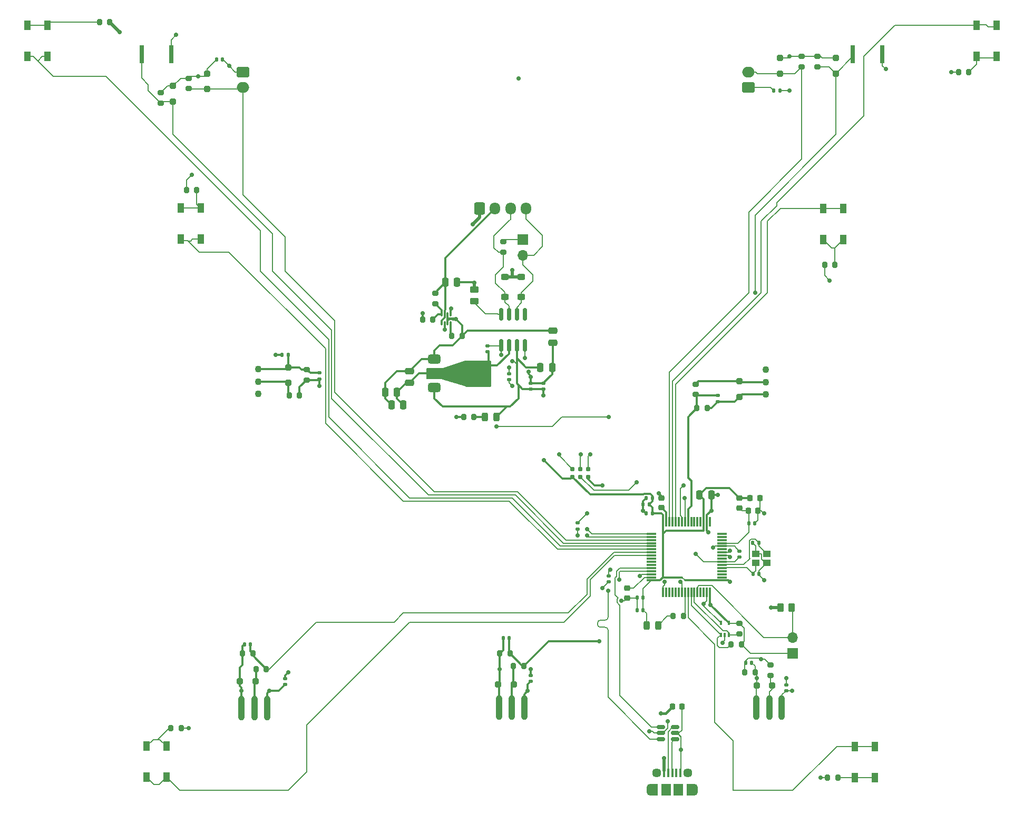
<source format=gtl>
G04 #@! TF.GenerationSoftware,KiCad,Pcbnew,9.0.0*
G04 #@! TF.CreationDate,2025-03-18T22:32:33-07:00*
G04 #@! TF.ProjectId,steering wheel v4,73746565-7269-46e6-9720-776865656c20,B*
G04 #@! TF.SameCoordinates,Original*
G04 #@! TF.FileFunction,Copper,L1,Top*
G04 #@! TF.FilePolarity,Positive*
%FSLAX46Y46*%
G04 Gerber Fmt 4.6, Leading zero omitted, Abs format (unit mm)*
G04 Created by KiCad (PCBNEW 9.0.0) date 2025-03-18 22:32:33*
%MOMM*%
%LPD*%
G01*
G04 APERTURE LIST*
G04 Aperture macros list*
%AMRoundRect*
0 Rectangle with rounded corners*
0 $1 Rounding radius*
0 $2 $3 $4 $5 $6 $7 $8 $9 X,Y pos of 4 corners*
0 Add a 4 corners polygon primitive as box body*
4,1,4,$2,$3,$4,$5,$6,$7,$8,$9,$2,$3,0*
0 Add four circle primitives for the rounded corners*
1,1,$1+$1,$2,$3*
1,1,$1+$1,$4,$5*
1,1,$1+$1,$6,$7*
1,1,$1+$1,$8,$9*
0 Add four rect primitives between the rounded corners*
20,1,$1+$1,$2,$3,$4,$5,0*
20,1,$1+$1,$4,$5,$6,$7,0*
20,1,$1+$1,$6,$7,$8,$9,0*
20,1,$1+$1,$8,$9,$2,$3,0*%
G04 Aperture macros list end*
G04 #@! TA.AperFunction,SMDPad,CuDef*
%ADD10RoundRect,0.250000X0.250000X0.475000X-0.250000X0.475000X-0.250000X-0.475000X0.250000X-0.475000X0*%
G04 #@! TD*
G04 #@! TA.AperFunction,SMDPad,CuDef*
%ADD11RoundRect,0.200000X-0.200000X-0.275000X0.200000X-0.275000X0.200000X0.275000X-0.200000X0.275000X0*%
G04 #@! TD*
G04 #@! TA.AperFunction,SMDPad,CuDef*
%ADD12RoundRect,0.250000X-0.475000X0.250000X-0.475000X-0.250000X0.475000X-0.250000X0.475000X0.250000X0*%
G04 #@! TD*
G04 #@! TA.AperFunction,SMDPad,CuDef*
%ADD13RoundRect,0.075000X-0.075000X0.260000X-0.075000X-0.260000X0.075000X-0.260000X0.075000X0.260000X0*%
G04 #@! TD*
G04 #@! TA.AperFunction,SMDPad,CuDef*
%ADD14RoundRect,0.225000X0.225000X0.250000X-0.225000X0.250000X-0.225000X-0.250000X0.225000X-0.250000X0*%
G04 #@! TD*
G04 #@! TA.AperFunction,ComponentPad*
%ADD15R,1.700000X1.700000*%
G04 #@! TD*
G04 #@! TA.AperFunction,ComponentPad*
%ADD16O,1.700000X1.700000*%
G04 #@! TD*
G04 #@! TA.AperFunction,SMDPad,CuDef*
%ADD17RoundRect,0.140000X-0.140000X-0.170000X0.140000X-0.170000X0.140000X0.170000X-0.140000X0.170000X0*%
G04 #@! TD*
G04 #@! TA.AperFunction,SMDPad,CuDef*
%ADD18RoundRect,0.200000X0.200000X0.275000X-0.200000X0.275000X-0.200000X-0.275000X0.200000X-0.275000X0*%
G04 #@! TD*
G04 #@! TA.AperFunction,SMDPad,CuDef*
%ADD19RoundRect,0.075000X0.700000X0.075000X-0.700000X0.075000X-0.700000X-0.075000X0.700000X-0.075000X0*%
G04 #@! TD*
G04 #@! TA.AperFunction,SMDPad,CuDef*
%ADD20RoundRect,0.075000X0.075000X0.700000X-0.075000X0.700000X-0.075000X-0.700000X0.075000X-0.700000X0*%
G04 #@! TD*
G04 #@! TA.AperFunction,SMDPad,CuDef*
%ADD21RoundRect,0.250000X-0.250000X-0.475000X0.250000X-0.475000X0.250000X0.475000X-0.250000X0.475000X0*%
G04 #@! TD*
G04 #@! TA.AperFunction,SMDPad,CuDef*
%ADD22RoundRect,0.140000X0.170000X-0.140000X0.170000X0.140000X-0.170000X0.140000X-0.170000X-0.140000X0*%
G04 #@! TD*
G04 #@! TA.AperFunction,SMDPad,CuDef*
%ADD23RoundRect,0.225000X0.250000X-0.225000X0.250000X0.225000X-0.250000X0.225000X-0.250000X-0.225000X0*%
G04 #@! TD*
G04 #@! TA.AperFunction,SMDPad,CuDef*
%ADD24RoundRect,0.250000X-0.250000X0.250000X-0.250000X-0.250000X0.250000X-0.250000X0.250000X0.250000X0*%
G04 #@! TD*
G04 #@! TA.AperFunction,SMDPad,CuDef*
%ADD25R,1.000000X1.600000*%
G04 #@! TD*
G04 #@! TA.AperFunction,SMDPad,CuDef*
%ADD26RoundRect,0.140000X-0.170000X0.140000X-0.170000X-0.140000X0.170000X-0.140000X0.170000X0.140000X0*%
G04 #@! TD*
G04 #@! TA.AperFunction,SMDPad,CuDef*
%ADD27R,0.400000X1.350000*%
G04 #@! TD*
G04 #@! TA.AperFunction,HeatsinkPad*
%ADD28O,1.200000X1.900000*%
G04 #@! TD*
G04 #@! TA.AperFunction,SMDPad,CuDef*
%ADD29R,1.200000X1.900000*%
G04 #@! TD*
G04 #@! TA.AperFunction,HeatsinkPad*
%ADD30C,1.450000*%
G04 #@! TD*
G04 #@! TA.AperFunction,SMDPad,CuDef*
%ADD31R,1.500000X1.900000*%
G04 #@! TD*
G04 #@! TA.AperFunction,ComponentPad*
%ADD32C,1.100000*%
G04 #@! TD*
G04 #@! TA.AperFunction,SMDPad,CuDef*
%ADD33RoundRect,0.200000X-0.275000X0.200000X-0.275000X-0.200000X0.275000X-0.200000X0.275000X0.200000X0*%
G04 #@! TD*
G04 #@! TA.AperFunction,SMDPad,CuDef*
%ADD34RoundRect,0.245000X0.380000X-0.245000X0.380000X0.245000X-0.380000X0.245000X-0.380000X-0.245000X0*%
G04 #@! TD*
G04 #@! TA.AperFunction,SMDPad,CuDef*
%ADD35RoundRect,0.250000X0.450000X-0.262500X0.450000X0.262500X-0.450000X0.262500X-0.450000X-0.262500X0*%
G04 #@! TD*
G04 #@! TA.AperFunction,SMDPad,CuDef*
%ADD36R,1.150000X1.000000*%
G04 #@! TD*
G04 #@! TA.AperFunction,SMDPad,CuDef*
%ADD37RoundRect,0.200000X0.275000X-0.200000X0.275000X0.200000X-0.275000X0.200000X-0.275000X-0.200000X0*%
G04 #@! TD*
G04 #@! TA.AperFunction,SMDPad,CuDef*
%ADD38RoundRect,0.150000X0.512500X0.150000X-0.512500X0.150000X-0.512500X-0.150000X0.512500X-0.150000X0*%
G04 #@! TD*
G04 #@! TA.AperFunction,SMDPad,CuDef*
%ADD39RoundRect,0.140000X0.140000X0.170000X-0.140000X0.170000X-0.140000X-0.170000X0.140000X-0.170000X0*%
G04 #@! TD*
G04 #@! TA.AperFunction,SMDPad,CuDef*
%ADD40RoundRect,0.225000X-0.225000X-0.250000X0.225000X-0.250000X0.225000X0.250000X-0.225000X0.250000X0*%
G04 #@! TD*
G04 #@! TA.AperFunction,SMDPad,CuDef*
%ADD41RoundRect,0.150000X0.150000X-0.825000X0.150000X0.825000X-0.150000X0.825000X-0.150000X-0.825000X0*%
G04 #@! TD*
G04 #@! TA.AperFunction,ComponentPad*
%ADD42R,0.800000X3.000000*%
G04 #@! TD*
G04 #@! TA.AperFunction,ComponentPad*
%ADD43RoundRect,0.250000X-0.600000X-0.725000X0.600000X-0.725000X0.600000X0.725000X-0.600000X0.725000X0*%
G04 #@! TD*
G04 #@! TA.AperFunction,ComponentPad*
%ADD44O,1.700000X1.950000*%
G04 #@! TD*
G04 #@! TA.AperFunction,ComponentPad*
%ADD45RoundRect,0.250000X-0.750000X0.600000X-0.750000X-0.600000X0.750000X-0.600000X0.750000X0.600000X0*%
G04 #@! TD*
G04 #@! TA.AperFunction,ComponentPad*
%ADD46O,2.000000X1.700000*%
G04 #@! TD*
G04 #@! TA.AperFunction,SMDPad,CuDef*
%ADD47RoundRect,0.500000X0.000010X1.500000X-0.000010X1.500000X-0.000010X-1.500000X0.000010X-1.500000X0*%
G04 #@! TD*
G04 #@! TA.AperFunction,SMDPad,CuDef*
%ADD48RoundRect,0.243750X-0.243750X-0.456250X0.243750X-0.456250X0.243750X0.456250X-0.243750X0.456250X0*%
G04 #@! TD*
G04 #@! TA.AperFunction,ConnectorPad*
%ADD49C,0.787400*%
G04 #@! TD*
G04 #@! TA.AperFunction,SMDPad,CuDef*
%ADD50RoundRect,0.375000X-0.625000X-0.375000X0.625000X-0.375000X0.625000X0.375000X-0.625000X0.375000X0*%
G04 #@! TD*
G04 #@! TA.AperFunction,SMDPad,CuDef*
%ADD51RoundRect,0.500000X-0.500000X-1.400000X0.500000X-1.400000X0.500000X1.400000X-0.500000X1.400000X0*%
G04 #@! TD*
G04 #@! TA.AperFunction,SMDPad,CuDef*
%ADD52RoundRect,0.250000X-0.262500X-0.450000X0.262500X-0.450000X0.262500X0.450000X-0.262500X0.450000X0*%
G04 #@! TD*
G04 #@! TA.AperFunction,SMDPad,CuDef*
%ADD53RoundRect,0.250000X0.250000X-0.250000X0.250000X0.250000X-0.250000X0.250000X-0.250000X-0.250000X0*%
G04 #@! TD*
G04 #@! TA.AperFunction,SMDPad,CuDef*
%ADD54RoundRect,0.245000X-0.380000X0.245000X-0.380000X-0.245000X0.380000X-0.245000X0.380000X0.245000X0*%
G04 #@! TD*
G04 #@! TA.AperFunction,SMDPad,CuDef*
%ADD55RoundRect,0.250000X-0.250000X-0.250000X0.250000X-0.250000X0.250000X0.250000X-0.250000X0.250000X0*%
G04 #@! TD*
G04 #@! TA.AperFunction,SMDPad,CuDef*
%ADD56RoundRect,0.218750X0.256250X-0.218750X0.256250X0.218750X-0.256250X0.218750X-0.256250X-0.218750X0*%
G04 #@! TD*
G04 #@! TA.AperFunction,ComponentPad*
%ADD57RoundRect,0.250000X0.750000X-0.600000X0.750000X0.600000X-0.750000X0.600000X-0.750000X-0.600000X0*%
G04 #@! TD*
G04 #@! TA.AperFunction,SMDPad,CuDef*
%ADD58RoundRect,0.100000X0.100000X-0.225000X0.100000X0.225000X-0.100000X0.225000X-0.100000X-0.225000X0*%
G04 #@! TD*
G04 #@! TA.AperFunction,SMDPad,CuDef*
%ADD59RoundRect,0.243750X0.243750X0.456250X-0.243750X0.456250X-0.243750X-0.456250X0.243750X-0.456250X0*%
G04 #@! TD*
G04 #@! TA.AperFunction,ViaPad*
%ADD60C,0.700000*%
G04 #@! TD*
G04 #@! TA.AperFunction,Conductor*
%ADD61C,0.200000*%
G04 #@! TD*
G04 #@! TA.AperFunction,Conductor*
%ADD62C,0.300000*%
G04 #@! TD*
G04 #@! TA.AperFunction,Conductor*
%ADD63C,0.500000*%
G04 #@! TD*
G04 #@! TA.AperFunction,Conductor*
%ADD64C,0.350000*%
G04 #@! TD*
G04 #@! TA.AperFunction,Conductor*
%ADD65C,0.400000*%
G04 #@! TD*
G04 APERTURE END LIST*
D10*
X184000000Y-103000000D03*
X182100000Y-103000000D03*
D11*
X99675000Y-54000000D03*
X101325000Y-54000000D03*
X189350000Y-131500000D03*
X191000000Y-131500000D03*
X202175000Y-66000000D03*
X203825000Y-66000000D03*
D12*
X158500000Y-76600000D03*
X158500000Y-78500000D03*
D13*
X142125000Y-73950000D03*
X141625000Y-73950000D03*
X141125000Y-73950000D03*
X140625000Y-73950000D03*
X140625000Y-75430000D03*
X141125000Y-75430000D03*
X141625000Y-75430000D03*
X142125000Y-75430000D03*
D14*
X191500000Y-105500000D03*
X189950000Y-105500000D03*
D15*
X197062500Y-128467058D03*
D16*
X197062500Y-125927058D03*
D17*
X189520000Y-130000000D03*
X190480000Y-130000000D03*
D18*
X143950000Y-77450000D03*
X142300000Y-77450000D03*
D19*
X185675000Y-116750000D03*
X185675000Y-116250000D03*
X185675000Y-115750000D03*
X185675000Y-115250000D03*
X185675000Y-114750000D03*
X185675000Y-114250000D03*
X185675000Y-113750000D03*
X185675000Y-113250000D03*
X185675000Y-112750000D03*
X185675000Y-112250000D03*
X185675000Y-111750000D03*
X185675000Y-111250000D03*
X185675000Y-110750000D03*
X185675000Y-110250000D03*
X185675000Y-109750000D03*
X185675000Y-109250000D03*
D20*
X183750000Y-107325000D03*
X183250000Y-107325000D03*
X182750000Y-107325000D03*
X182250000Y-107325000D03*
X181750000Y-107325000D03*
X181250000Y-107325000D03*
X180750000Y-107325000D03*
X180250000Y-107325000D03*
X179750000Y-107325000D03*
X179250000Y-107325000D03*
X178750000Y-107325000D03*
X178250000Y-107325000D03*
X177750000Y-107325000D03*
X177250000Y-107325000D03*
X176750000Y-107325000D03*
X176250000Y-107325000D03*
D19*
X174325000Y-109250000D03*
X174325000Y-109750000D03*
X174325000Y-110250000D03*
X174325000Y-110750000D03*
X174325000Y-111250000D03*
X174325000Y-111750000D03*
X174325000Y-112250000D03*
X174325000Y-112750000D03*
X174325000Y-113250000D03*
X174325000Y-113750000D03*
X174325000Y-114250000D03*
X174325000Y-114750000D03*
X174325000Y-115250000D03*
X174325000Y-115750000D03*
X174325000Y-116250000D03*
X174325000Y-116750000D03*
D20*
X176250000Y-118675000D03*
X176750000Y-118675000D03*
X177250000Y-118675000D03*
X177750000Y-118675000D03*
X178250000Y-118675000D03*
X178750000Y-118675000D03*
X179250000Y-118675000D03*
X179750000Y-118675000D03*
X180250000Y-118675000D03*
X180750000Y-118675000D03*
X181250000Y-118675000D03*
X181750000Y-118675000D03*
X182250000Y-118675000D03*
X182750000Y-118675000D03*
X183250000Y-118675000D03*
X183750000Y-118675000D03*
D21*
X132600000Y-88500000D03*
X134500000Y-88500000D03*
D22*
X148000000Y-79980000D03*
X148000000Y-79020000D03*
D23*
X170500000Y-119550000D03*
X170500000Y-118000000D03*
D24*
X116000000Y-82500000D03*
X116000000Y-85000000D03*
D18*
X87325000Y-27000000D03*
X85675000Y-27000000D03*
D25*
X93250000Y-148400000D03*
X93250000Y-143400000D03*
X96450000Y-143400000D03*
X96450000Y-148400000D03*
D22*
X115480000Y-133480000D03*
X115480000Y-132520000D03*
X121000000Y-84350000D03*
X121000000Y-83390000D03*
D26*
X188500000Y-112040000D03*
X188500000Y-113000000D03*
X185000000Y-87020000D03*
X185000000Y-87980000D03*
D27*
X176400000Y-147702500D03*
X177050000Y-147702500D03*
X177700000Y-147702500D03*
X178350000Y-147702500D03*
X179000000Y-147702500D03*
D28*
X174200000Y-150402500D03*
D29*
X174800000Y-150402500D03*
D30*
X175200000Y-147702500D03*
D31*
X176700000Y-150402500D03*
X178700000Y-150402500D03*
D30*
X180200000Y-147702500D03*
D29*
X180600000Y-150402500D03*
D28*
X181200000Y-150402500D03*
D15*
X153700000Y-61900000D03*
D16*
X153700000Y-64440000D03*
D24*
X204000000Y-32750000D03*
X204000000Y-35250000D03*
D32*
X192721122Y-82837913D03*
X192721122Y-84837913D03*
X192721122Y-86837913D03*
D11*
X223675000Y-35000000D03*
X225325000Y-35000000D03*
D25*
X205175000Y-56900000D03*
X205175000Y-61900000D03*
X201975000Y-61900000D03*
X201975000Y-56900000D03*
D17*
X115040000Y-80500000D03*
X116000000Y-80500000D03*
D33*
X139600000Y-70575000D03*
X139600000Y-72225000D03*
D34*
X150825000Y-71160000D03*
X150825000Y-67940000D03*
D35*
X145896122Y-71837913D03*
X145896122Y-70012913D03*
D17*
X173540000Y-103500000D03*
X174500000Y-103500000D03*
D24*
X195000000Y-32750000D03*
X195000000Y-35250000D03*
D33*
X201000000Y-32500000D03*
X201000000Y-34150000D03*
D36*
X191150000Y-113900000D03*
X192900000Y-113900000D03*
X192900000Y-112500000D03*
X191150000Y-112500000D03*
D37*
X119000000Y-84500000D03*
X119000000Y-82850000D03*
D22*
X162500000Y-108480000D03*
X162500000Y-107520000D03*
D21*
X131600000Y-86500000D03*
X133500000Y-86500000D03*
D25*
X98770000Y-61885000D03*
X98770000Y-56885000D03*
X101970000Y-56885000D03*
X101970000Y-61885000D03*
D11*
X181675000Y-89000000D03*
X183325000Y-89000000D03*
D37*
X150550000Y-63950000D03*
X150550000Y-62300000D03*
D38*
X178137500Y-142256043D03*
X178137500Y-141306043D03*
X178137500Y-140356043D03*
X175862500Y-140356043D03*
X175862500Y-141306043D03*
X175862500Y-142256043D03*
D39*
X191610000Y-110700000D03*
X190650000Y-110700000D03*
D40*
X177725000Y-137000000D03*
X179275000Y-137000000D03*
D41*
X150186122Y-78912913D03*
X151456122Y-78912913D03*
X152726122Y-78912913D03*
X153996122Y-78912913D03*
X153996122Y-73962913D03*
X152726122Y-73962913D03*
X151456122Y-73962913D03*
X150186122Y-73962913D03*
D18*
X98825000Y-140500000D03*
X97175000Y-140500000D03*
D25*
X229800000Y-27500000D03*
X229800000Y-32500000D03*
X226600000Y-32500000D03*
X226600000Y-27500000D03*
D42*
X211459122Y-32095413D03*
X206739122Y-32095413D03*
D43*
X146721122Y-56937913D03*
D44*
X149221122Y-56937913D03*
X151721122Y-56937913D03*
X154221122Y-56937913D03*
D12*
X135500000Y-83100000D03*
X135500000Y-85000000D03*
D22*
X196000000Y-134480000D03*
X196000000Y-133520000D03*
D11*
X202675000Y-148500000D03*
X204325000Y-148500000D03*
D45*
X108721122Y-34987913D03*
D46*
X108721122Y-37487913D03*
D17*
X173540000Y-106000000D03*
X174500000Y-106000000D03*
D47*
X195296122Y-137237913D03*
X193296122Y-137237913D03*
X191196122Y-137237913D03*
D48*
X147562500Y-90500000D03*
X149437500Y-90500000D03*
D17*
X172040000Y-121500000D03*
X173000000Y-121500000D03*
D47*
X153946122Y-137212913D03*
X151946122Y-137212913D03*
X149846122Y-137212913D03*
D17*
X172040000Y-119500000D03*
X173000000Y-119500000D03*
D49*
X161690000Y-100119000D03*
X161690000Y-98849000D03*
X162960000Y-100119000D03*
X162960000Y-98849000D03*
X164230000Y-100119000D03*
X164230000Y-98849000D03*
D42*
X97195627Y-32112913D03*
X92475627Y-32112913D03*
D37*
X188500000Y-125325000D03*
X188500000Y-123675000D03*
D22*
X155000000Y-132980000D03*
X155000000Y-132020000D03*
D18*
X139225000Y-74800000D03*
X137575000Y-74800000D03*
D26*
X155000000Y-85020000D03*
X155000000Y-85980000D03*
D18*
X151650000Y-128500000D03*
X150000000Y-128500000D03*
D25*
X74125000Y-32500000D03*
X74125000Y-27500000D03*
X77325000Y-27500000D03*
X77325000Y-32500000D03*
D11*
X187175000Y-127000000D03*
X188825000Y-127000000D03*
D23*
X176000000Y-105050000D03*
X176000000Y-103500000D03*
D50*
X139475000Y-81150000D03*
X139475000Y-83450000D03*
D51*
X145775000Y-83450000D03*
D50*
X139475000Y-85750000D03*
D37*
X181500000Y-86825000D03*
X181500000Y-85175000D03*
D52*
X195087500Y-121127058D03*
X196912500Y-121127058D03*
D53*
X188500000Y-87250000D03*
X188500000Y-84750000D03*
D33*
X95500000Y-38350000D03*
X95500000Y-40000000D03*
D18*
X145825000Y-90500000D03*
X144175000Y-90500000D03*
D21*
X156500000Y-82500000D03*
X158400000Y-82500000D03*
D39*
X151500000Y-126000000D03*
X150540000Y-126000000D03*
D54*
X153475000Y-67965000D03*
X153475000Y-71185000D03*
D18*
X117825000Y-87000000D03*
X116175000Y-87000000D03*
D39*
X190980000Y-107569095D03*
X190020000Y-107569095D03*
D32*
X111156122Y-86752913D03*
X111156122Y-84752913D03*
X111156122Y-82752913D03*
D22*
X151500000Y-84480000D03*
X151500000Y-83520000D03*
D33*
X100000000Y-36000000D03*
X100000000Y-37650000D03*
D39*
X109960000Y-127000000D03*
X109000000Y-127000000D03*
D22*
X167500000Y-116960000D03*
X167500000Y-116000000D03*
D17*
X194040000Y-38000000D03*
X195000000Y-38000000D03*
D55*
X108250000Y-133000000D03*
X110750000Y-133000000D03*
D18*
X112500000Y-131000000D03*
X110850000Y-131000000D03*
D39*
X105460000Y-33000000D03*
X104500000Y-33000000D03*
D33*
X193500000Y-130350000D03*
X193500000Y-132000000D03*
D55*
X191250000Y-133675000D03*
X193750000Y-133675000D03*
D18*
X110325000Y-128500000D03*
X108675000Y-128500000D03*
D56*
X188500000Y-105075000D03*
X188500000Y-103500000D03*
D17*
X190670000Y-115700000D03*
X191630000Y-115700000D03*
D33*
X198500000Y-32500000D03*
X198500000Y-34150000D03*
D57*
X189921122Y-37487913D03*
D46*
X189921122Y-34987913D03*
D26*
X157000000Y-85020000D03*
X157000000Y-85980000D03*
D24*
X103000000Y-35250000D03*
X103000000Y-37750000D03*
X97500000Y-37250000D03*
X97500000Y-39750000D03*
D47*
X112596122Y-137287913D03*
X110596122Y-137287913D03*
X108496122Y-137287913D03*
D17*
X173040000Y-104500000D03*
X174000000Y-104500000D03*
D58*
X185500000Y-125500000D03*
X186150000Y-125500000D03*
X186800000Y-125500000D03*
X186800000Y-123600000D03*
X185500000Y-123600000D03*
D55*
X149750000Y-133500000D03*
X152250000Y-133500000D03*
D14*
X191775000Y-103500000D03*
X190225000Y-103500000D03*
D21*
X141250000Y-68800000D03*
X143150000Y-68800000D03*
D59*
X175437500Y-124000000D03*
X173562500Y-124000000D03*
D25*
X210275000Y-143425000D03*
X210275000Y-148425000D03*
X207075000Y-148425000D03*
X207075000Y-143425000D03*
D18*
X153825000Y-130500000D03*
X152175000Y-130500000D03*
D11*
X177850000Y-122500000D03*
X179500000Y-122500000D03*
D60*
X191000000Y-70500000D03*
X179500000Y-101500000D03*
X143000000Y-90500000D03*
X184250000Y-111500000D03*
X179100000Y-144000000D03*
X191250000Y-132500000D03*
X137600000Y-73800000D03*
X142200000Y-73000000D03*
X151500000Y-82500000D03*
X185750000Y-126750000D03*
X167750000Y-115000000D03*
X154650000Y-83200000D03*
X173040000Y-105500000D03*
X164000000Y-106000000D03*
X141500000Y-84000000D03*
X148200000Y-82200000D03*
X155000000Y-131000000D03*
X147400000Y-83400000D03*
X184000000Y-105500000D03*
X185000000Y-103000000D03*
X143000000Y-84500000D03*
X196500000Y-32500000D03*
X150000000Y-131000000D03*
X108496122Y-134500000D03*
X143000000Y-82500000D03*
X166500000Y-101500000D03*
X169500000Y-120000000D03*
X155000000Y-84000000D03*
X145621122Y-59512913D03*
X148200000Y-84800000D03*
X175500000Y-102775000D03*
X153000000Y-36000000D03*
X193583622Y-121089971D03*
X147400000Y-82200000D03*
X196500000Y-38000000D03*
X192500000Y-106000000D03*
X147400000Y-84800000D03*
X148200000Y-83400000D03*
X196000000Y-132500000D03*
X141500000Y-83000000D03*
X183500000Y-109000000D03*
X192500000Y-116750000D03*
X182750000Y-120500000D03*
X101500000Y-35675000D03*
X152025000Y-66825000D03*
X145921122Y-68912913D03*
X116000000Y-131500000D03*
X157084220Y-97415780D03*
X152000000Y-81500000D03*
X157000000Y-87000000D03*
X187000000Y-117000000D03*
X183850000Y-120650000D03*
X100500000Y-51500000D03*
X222500000Y-35000000D03*
X106500000Y-34000000D03*
X88912500Y-28587500D03*
X177000000Y-139400000D03*
X152000000Y-85500000D03*
X100000000Y-140500000D03*
X203000000Y-68500000D03*
X98000000Y-29000000D03*
X201500000Y-148500000D03*
X113000000Y-134500000D03*
X154500000Y-134500000D03*
X162500000Y-109500000D03*
X166500000Y-118000000D03*
X114000000Y-80500000D03*
X142925000Y-74750000D03*
X212000000Y-34500000D03*
X174000000Y-141000000D03*
X197000000Y-134500000D03*
X181500000Y-112500000D03*
X172000000Y-101000000D03*
X159500000Y-96500000D03*
X172500000Y-116000000D03*
X179000000Y-117000000D03*
X164500000Y-96500000D03*
X176500000Y-117000000D03*
X163000000Y-96500000D03*
X166000000Y-126500000D03*
X187000000Y-113000000D03*
X192000000Y-129389000D03*
X187000000Y-112000000D03*
X164000000Y-108500000D03*
X154000000Y-81000000D03*
X164000000Y-109500000D03*
X150186122Y-80500000D03*
X176375000Y-145346043D03*
X141125000Y-76450000D03*
X175900000Y-138100000D03*
X167400000Y-118400000D03*
X169200000Y-116600000D03*
X121000000Y-85500000D03*
X167500000Y-90500000D03*
X149500000Y-92000000D03*
X179651000Y-103500000D03*
D61*
X92475627Y-35975627D02*
X92475627Y-32112913D01*
X123000000Y-87500000D02*
X138500000Y-103000000D01*
X160250000Y-110750000D02*
X174325000Y-110750000D01*
X95750000Y-39750000D02*
X95500000Y-40000000D01*
X93500000Y-38000000D02*
X93500000Y-37000000D01*
X152500000Y-103000000D02*
X160250000Y-110750000D01*
X93500000Y-37000000D02*
X92475627Y-35975627D01*
X123000000Y-76500000D02*
X123000000Y-87500000D01*
X113500000Y-67000000D02*
X123000000Y-76500000D01*
X97500000Y-45000000D02*
X113500000Y-61000000D01*
X113500000Y-61000000D02*
X113500000Y-67000000D01*
X97500000Y-39750000D02*
X97500000Y-45000000D01*
X138500000Y-103000000D02*
X152500000Y-103000000D01*
X97500000Y-39750000D02*
X95750000Y-39750000D01*
X95500000Y-40000000D02*
X93500000Y-38000000D01*
D62*
X176750000Y-107325000D02*
X176750000Y-105800000D01*
X176750000Y-105800000D02*
X176225000Y-105275000D01*
X176225000Y-105275000D02*
X176000000Y-105275000D01*
D61*
X179201000Y-107276000D02*
X179201000Y-106467176D01*
X201000000Y-34150000D02*
X202900000Y-34150000D01*
X204000000Y-45000000D02*
X191000000Y-58000000D01*
X202900000Y-34150000D02*
X204000000Y-35250000D01*
X179000000Y-106266176D02*
X179000000Y-102000000D01*
X206739122Y-32510878D02*
X206739122Y-32095413D01*
X191000000Y-58000000D02*
X191000000Y-70500000D01*
X179201000Y-106467176D02*
X179000000Y-106266176D01*
X179000000Y-102000000D02*
X179500000Y-101500000D01*
X204000000Y-35250000D02*
X204000000Y-45000000D01*
X204000000Y-35250000D02*
X206739122Y-32510878D01*
X179250000Y-107325000D02*
X179201000Y-107276000D01*
X171500000Y-118000000D02*
X170500000Y-118000000D01*
X174325000Y-116250000D02*
X173250000Y-116250000D01*
X173250000Y-116250000D02*
X171500000Y-118000000D01*
X191150000Y-111200000D02*
X190650000Y-110700000D01*
X178506043Y-141306043D02*
X178137500Y-141306043D01*
D63*
X150825000Y-67950000D02*
X152025000Y-67950000D01*
D64*
X149896122Y-135787913D02*
X149946122Y-135837913D01*
D61*
X103000000Y-34500000D02*
X104500000Y-33000000D01*
D62*
X151456122Y-80323110D02*
X151456122Y-78912913D01*
X150540000Y-127960000D02*
X150000000Y-128500000D01*
D61*
X196000000Y-133520000D02*
X196000000Y-132500000D01*
D63*
X146721122Y-56937913D02*
X146721122Y-58412913D01*
D61*
X171990000Y-119550000D02*
X172040000Y-119500000D01*
D62*
X115747087Y-82752913D02*
X116000000Y-82500000D01*
X165232440Y-101500000D02*
X164230000Y-100497560D01*
D61*
X178490552Y-141306043D02*
X178137500Y-141306043D01*
D62*
X184000000Y-105500000D02*
X184000000Y-103000000D01*
X173040000Y-104500000D02*
X173040000Y-104000000D01*
X158500000Y-78500000D02*
X158500000Y-82400000D01*
D61*
X192024000Y-113301000D02*
X192623000Y-113900000D01*
D62*
X111156122Y-82752913D02*
X115747087Y-82752913D01*
D61*
X201500000Y-32500000D02*
X201750000Y-32750000D01*
X100325000Y-35675000D02*
X100000000Y-36000000D01*
D62*
X158400000Y-83600000D02*
X158400000Y-82500000D01*
D61*
X103000000Y-35250000D02*
X103000000Y-34500000D01*
D62*
X133500000Y-87500000D02*
X134500000Y-88500000D01*
D64*
X149946122Y-135837913D02*
X149946122Y-137712913D01*
D62*
X149579232Y-82200000D02*
X151456122Y-80323110D01*
X148200000Y-82200000D02*
X148200000Y-80180000D01*
X183250000Y-106250000D02*
X184000000Y-105500000D01*
D63*
X152025000Y-67950000D02*
X153450000Y-67950000D01*
D61*
X187980000Y-111520000D02*
X188500000Y-112040000D01*
D63*
X145896122Y-70012913D02*
X145896122Y-68937913D01*
D61*
X191775000Y-105225000D02*
X191500000Y-105500000D01*
D62*
X142125000Y-73950000D02*
X142125000Y-73075000D01*
X135500000Y-85000000D02*
X135000000Y-85000000D01*
D64*
X108596122Y-137787913D02*
X108596122Y-135762913D01*
D61*
X167500000Y-115250000D02*
X167500000Y-116000000D01*
X196250000Y-32750000D02*
X196500000Y-32500000D01*
X191500000Y-105500000D02*
X192000000Y-105500000D01*
D62*
X137050000Y-83450000D02*
X135500000Y-85000000D01*
D61*
X191196122Y-137237913D02*
X191196122Y-133728878D01*
D62*
X176000000Y-103725000D02*
X176000000Y-103500000D01*
X176000000Y-103275000D02*
X175500000Y-102775000D01*
X144175000Y-90500000D02*
X143000000Y-90500000D01*
X133500000Y-86500000D02*
X133500000Y-87500000D01*
X188912087Y-86837913D02*
X188500000Y-87250000D01*
D63*
X145896122Y-68937913D02*
X145921122Y-68912913D01*
D61*
X195000000Y-32750000D02*
X196250000Y-32750000D01*
D62*
X157000000Y-85020000D02*
X157000000Y-85000000D01*
D61*
X151500000Y-83520000D02*
X151500000Y-82500000D01*
X179100000Y-141915491D02*
X178490552Y-141306043D01*
X187980000Y-111520000D02*
X187710000Y-111250000D01*
D62*
X145808209Y-68800000D02*
X145921122Y-68912913D01*
D63*
X152025000Y-67950000D02*
X152025000Y-66825000D01*
D62*
X149750000Y-133250000D02*
X150000000Y-133000000D01*
X108675000Y-128500000D02*
X108675000Y-127325000D01*
D61*
X170050000Y-120000000D02*
X170500000Y-119550000D01*
D62*
X148200000Y-80180000D02*
X148000000Y-79980000D01*
X150000000Y-131000000D02*
X150000000Y-128500000D01*
D63*
X195087500Y-121127058D02*
X193620709Y-121127058D01*
D62*
X149846122Y-137212913D02*
X149846122Y-133596122D01*
D61*
X186150000Y-126350000D02*
X186150000Y-125500000D01*
X196500000Y-32500000D02*
X198500000Y-32500000D01*
X191250000Y-133675000D02*
X191250000Y-132500000D01*
X185675000Y-111250000D02*
X184500000Y-111250000D01*
D62*
X192721122Y-86837913D02*
X188912087Y-86837913D01*
D61*
X179100000Y-144000000D02*
X179100000Y-147275000D01*
D62*
X135000000Y-85000000D02*
X133500000Y-86500000D01*
X183325000Y-89000000D02*
X183980000Y-89000000D01*
X173040000Y-104000000D02*
X173540000Y-103500000D01*
D61*
X185500000Y-123600000D02*
X182750000Y-120850000D01*
D62*
X108496122Y-133996122D02*
X108496122Y-134500000D01*
X142125000Y-73075000D02*
X142200000Y-73000000D01*
X155000000Y-132020000D02*
X155000000Y-131000000D01*
X108250000Y-133000000D02*
X108250000Y-133750000D01*
X183250000Y-107325000D02*
X183250000Y-106250000D01*
X155000000Y-83850000D02*
X155000000Y-85020000D01*
X173040000Y-105500000D02*
X173040000Y-104500000D01*
D61*
X184500000Y-111250000D02*
X184250000Y-111500000D01*
X191250000Y-131750000D02*
X191000000Y-131500000D01*
D62*
X137575000Y-74800000D02*
X137575000Y-73825000D01*
X184000000Y-103000000D02*
X185000000Y-103000000D01*
D61*
X185750000Y-126750000D02*
X186150000Y-126350000D01*
X101500000Y-35675000D02*
X100325000Y-35675000D01*
D63*
X191296122Y-137737913D02*
X191296122Y-135962913D01*
D62*
X157000000Y-85000000D02*
X158400000Y-83600000D01*
D61*
X192623000Y-113900000D02*
X192900000Y-113900000D01*
X191150000Y-112500000D02*
X191150000Y-111200000D01*
X179100000Y-141900000D02*
X178506043Y-141306043D01*
X102575000Y-35675000D02*
X103000000Y-35250000D01*
D62*
X108496122Y-133246122D02*
X108250000Y-133000000D01*
X139475000Y-83450000D02*
X137050000Y-83450000D01*
X108250000Y-133000000D02*
X108250000Y-130750000D01*
D61*
X178137500Y-141306043D02*
X178799999Y-141306043D01*
D62*
X164230000Y-100497560D02*
X164230000Y-100119000D01*
X108250000Y-130750000D02*
X108675000Y-130325000D01*
D61*
X191250000Y-132500000D02*
X191250000Y-131750000D01*
X201000000Y-32500000D02*
X201500000Y-32500000D01*
X195000000Y-38000000D02*
X196500000Y-38000000D01*
X100000000Y-36000000D02*
X98750000Y-36000000D01*
D62*
X108250000Y-133750000D02*
X108496122Y-133996122D01*
D61*
X162500000Y-107520000D02*
X162500000Y-107500000D01*
X198500000Y-32500000D02*
X201000000Y-32500000D01*
X191775000Y-103500000D02*
X191775000Y-105225000D01*
X179100000Y-147275000D02*
X178975000Y-147400000D01*
X192500000Y-116750000D02*
X191650000Y-115900000D01*
X201750000Y-32750000D02*
X204000000Y-32750000D01*
X191500000Y-107049095D02*
X190980000Y-107569095D01*
D62*
X183250000Y-108750000D02*
X183500000Y-109000000D01*
D61*
X170500000Y-119550000D02*
X171990000Y-119550000D01*
X182750000Y-120850000D02*
X182750000Y-120500000D01*
X191000000Y-130520000D02*
X190480000Y-130000000D01*
D62*
X137575000Y-73825000D02*
X137600000Y-73800000D01*
D61*
X182750000Y-120500000D02*
X183250000Y-120000000D01*
D62*
X149846122Y-133596122D02*
X149750000Y-133500000D01*
D61*
X98750000Y-36000000D02*
X97500000Y-37250000D01*
D62*
X108675000Y-127325000D02*
X109000000Y-127000000D01*
X148200000Y-82200000D02*
X149579232Y-82200000D01*
D63*
X153450000Y-67950000D02*
X153475000Y-67975000D01*
D62*
X150540000Y-126000000D02*
X150540000Y-127960000D01*
X108496122Y-134500000D02*
X108496122Y-137287913D01*
D61*
X191196122Y-133728878D02*
X191250000Y-133675000D01*
D64*
X149896122Y-135587913D02*
X149896122Y-135787913D01*
D62*
X187770000Y-87980000D02*
X188500000Y-87250000D01*
X158500000Y-82400000D02*
X158400000Y-82500000D01*
D61*
X191500000Y-105500000D02*
X191500000Y-107049095D01*
X191650000Y-115900000D02*
X191650000Y-115720000D01*
D62*
X166500000Y-101500000D02*
X165232440Y-101500000D01*
X154650000Y-83200000D02*
X154650000Y-83500000D01*
D61*
X191950000Y-112500000D02*
X192024000Y-112574000D01*
D62*
X117800000Y-82500000D02*
X116000000Y-82500000D01*
X143150000Y-68800000D02*
X145808209Y-68800000D01*
X108675000Y-130325000D02*
X108675000Y-128500000D01*
X116000000Y-80500000D02*
X116000000Y-82500000D01*
D61*
X192000000Y-105500000D02*
X192500000Y-106000000D01*
D62*
X149750000Y-133500000D02*
X149750000Y-133250000D01*
D61*
X101500000Y-35675000D02*
X102575000Y-35675000D01*
X191000000Y-131500000D02*
X191000000Y-130520000D01*
D62*
X118150000Y-82850000D02*
X117800000Y-82500000D01*
X157000000Y-85020000D02*
X155000000Y-85020000D01*
D61*
X191630000Y-115170000D02*
X191630000Y-115700000D01*
D63*
X146721122Y-58412913D02*
X145621122Y-59512913D01*
D61*
X191150000Y-112500000D02*
X191950000Y-112500000D01*
X96600000Y-37250000D02*
X95500000Y-38350000D01*
D62*
X173540000Y-106000000D02*
X173040000Y-105500000D01*
X119000000Y-82850000D02*
X118150000Y-82850000D01*
D61*
X183250000Y-120000000D02*
X183250000Y-118675000D01*
X187710000Y-111250000D02*
X185675000Y-111250000D01*
X179275000Y-140831042D02*
X179275000Y-137000000D01*
X179100000Y-141915491D02*
X179100000Y-144000000D01*
D62*
X183980000Y-89000000D02*
X185000000Y-87980000D01*
X154650000Y-83500000D02*
X155000000Y-83850000D01*
X121000000Y-83390000D02*
X119540000Y-83390000D01*
D61*
X178799999Y-141306043D02*
X179275000Y-140831042D01*
X169500000Y-120000000D02*
X170050000Y-120000000D01*
D62*
X119540000Y-83390000D02*
X119000000Y-82850000D01*
X115480000Y-132520000D02*
X115480000Y-132020000D01*
X185000000Y-87980000D02*
X187770000Y-87980000D01*
D61*
X97500000Y-37250000D02*
X96600000Y-37250000D01*
X167750000Y-115000000D02*
X167500000Y-115250000D01*
X192024000Y-112574000D02*
X192024000Y-113301000D01*
X192900000Y-113900000D02*
X191630000Y-115170000D01*
D62*
X115480000Y-132020000D02*
X116000000Y-131500000D01*
D61*
X172040000Y-119500000D02*
X172040000Y-121500000D01*
D62*
X150000000Y-133000000D02*
X150000000Y-131000000D01*
D61*
X162500000Y-107500000D02*
X164000000Y-106000000D01*
D62*
X183250000Y-107325000D02*
X183250000Y-108750000D01*
D61*
X191650000Y-115720000D02*
X191630000Y-115700000D01*
D62*
X176250000Y-106250000D02*
X176000000Y-106000000D01*
X156500000Y-82500000D02*
X154226122Y-82500000D01*
D61*
X183750000Y-120550000D02*
X183850000Y-120650000D01*
D62*
X157000000Y-87000000D02*
X157000000Y-85980000D01*
X154226122Y-82500000D02*
X152726122Y-81000000D01*
X153632244Y-85980000D02*
X152726122Y-85073878D01*
X179750000Y-116750000D02*
X185675000Y-116750000D01*
D61*
X152000000Y-81500000D02*
X152226122Y-81500000D01*
X188500000Y-123675000D02*
X186875000Y-123675000D01*
D62*
X174500000Y-105000000D02*
X174500000Y-106000000D01*
X161690000Y-100119000D02*
X161428700Y-100380300D01*
X153000000Y-85347756D02*
X153000000Y-87500000D01*
D64*
X188500000Y-103500000D02*
X190225000Y-103500000D01*
D61*
X173000000Y-119500000D02*
X173000000Y-118075000D01*
D62*
X174148999Y-102839000D02*
X174500000Y-103190001D01*
D61*
X182750000Y-108133824D02*
X182750000Y-107325000D01*
X152226122Y-81500000D02*
X152726122Y-82000000D01*
D62*
X182750000Y-103650000D02*
X182100000Y-103000000D01*
D61*
X197062500Y-128467058D02*
X190292058Y-128467058D01*
X173000000Y-121500000D02*
X173000000Y-119500000D01*
X173562500Y-122062500D02*
X173000000Y-121500000D01*
D62*
X176250000Y-116250000D02*
X179250000Y-116250000D01*
X173079740Y-102952000D02*
X173192740Y-102839000D01*
D61*
X176250000Y-107325000D02*
X176250000Y-108133824D01*
D62*
X176250000Y-109250000D02*
X176250000Y-116250000D01*
X173192740Y-102839000D02*
X174148999Y-102839000D01*
X183176000Y-101924000D02*
X186924000Y-101924000D01*
X174500000Y-103190001D02*
X174500000Y-103500000D01*
X176250000Y-116250000D02*
X175750000Y-116750000D01*
X161428700Y-100380300D02*
X160048740Y-100380300D01*
X182750000Y-108750000D02*
X176750000Y-108750000D01*
X161690000Y-100119000D02*
X164523000Y-102952000D01*
X153000000Y-87500000D02*
X151700000Y-88800000D01*
X139475000Y-87475000D02*
X139475000Y-85750000D01*
X182100000Y-103000000D02*
X183176000Y-101924000D01*
X155000000Y-85980000D02*
X157000000Y-85980000D01*
X152726122Y-85073878D02*
X152726122Y-82000000D01*
D61*
X152571122Y-79067913D02*
X152726122Y-78912913D01*
D62*
X157084220Y-97415780D02*
X157000000Y-97331560D01*
X186924000Y-101924000D02*
X188500000Y-103500000D01*
D61*
X189276000Y-124451000D02*
X188500000Y-123675000D01*
D62*
X152726122Y-81000000D02*
X152726122Y-78912913D01*
X176250000Y-108133824D02*
X176250000Y-109250000D01*
X174500000Y-104000000D02*
X174500000Y-103500000D01*
X174000000Y-104500000D02*
X174500000Y-104000000D01*
X175750000Y-116750000D02*
X174325000Y-116750000D01*
D61*
X189276000Y-126549000D02*
X189276000Y-124451000D01*
D62*
X183850000Y-120650000D02*
X186800000Y-123600000D01*
X183750000Y-118675000D02*
X183750000Y-120550000D01*
X151700000Y-88800000D02*
X151000000Y-88800000D01*
D61*
X174325000Y-116750000D02*
X173750000Y-116750000D01*
D62*
X152726122Y-82000000D02*
X152726122Y-81000000D01*
X152726122Y-85073878D02*
X153000000Y-85347756D01*
D61*
X188825000Y-127000000D02*
X189276000Y-126549000D01*
D62*
X176000000Y-106000000D02*
X174500000Y-106000000D01*
X176750000Y-108750000D02*
X176250000Y-109250000D01*
D61*
X186750000Y-116750000D02*
X187000000Y-117000000D01*
D62*
X164523000Y-102952000D02*
X173079740Y-102952000D01*
X140800000Y-88800000D02*
X139475000Y-87475000D01*
X151000000Y-88800000D02*
X151000000Y-88937500D01*
X151000000Y-88800000D02*
X140800000Y-88800000D01*
X160048740Y-100380300D02*
X157084220Y-97415780D01*
X174000000Y-104500000D02*
X174500000Y-105000000D01*
D61*
X186875000Y-123675000D02*
X186800000Y-123600000D01*
D62*
X185675000Y-116750000D02*
X186750000Y-116750000D01*
X151000000Y-88937500D02*
X149437500Y-90500000D01*
D61*
X173562500Y-124000000D02*
X173562500Y-122062500D01*
D62*
X182750000Y-107325000D02*
X182750000Y-103650000D01*
X182750000Y-108133824D02*
X182750000Y-108750000D01*
D61*
X173000000Y-118075000D02*
X174325000Y-116750000D01*
D62*
X176250000Y-107325000D02*
X176250000Y-106250000D01*
D61*
X190292058Y-128467058D02*
X188825000Y-127000000D01*
X179250000Y-116250000D02*
X179750000Y-116750000D01*
D62*
X155000000Y-85980000D02*
X153632244Y-85980000D01*
X131600000Y-84950000D02*
X131600000Y-86500000D01*
D61*
X108721122Y-34987913D02*
X107487913Y-34987913D01*
X97195627Y-32112913D02*
X97195627Y-29804373D01*
D62*
X143950000Y-77450000D02*
X143950000Y-75775000D01*
X154500000Y-133480000D02*
X155000000Y-132980000D01*
X140325000Y-78950000D02*
X139475000Y-79800000D01*
D61*
X195296122Y-135183878D02*
X196000000Y-134480000D01*
D62*
X141625000Y-75430000D02*
X141625000Y-73950000D01*
X158500000Y-76600000D02*
X144800000Y-76600000D01*
D61*
X177000000Y-140521595D02*
X177000000Y-139400000D01*
X151500000Y-85000000D02*
X152000000Y-85500000D01*
X202675000Y-148500000D02*
X201500000Y-148500000D01*
X99675000Y-52325000D02*
X100500000Y-51500000D01*
X196980000Y-134480000D02*
X197000000Y-134500000D01*
D62*
X154500000Y-134500000D02*
X154500000Y-133480000D01*
X139475000Y-81150000D02*
X137450000Y-81150000D01*
D61*
X174806043Y-141306043D02*
X175862500Y-141306043D01*
X105460000Y-33000000D02*
X105500000Y-33000000D01*
D62*
X142450000Y-78950000D02*
X140325000Y-78950000D01*
D61*
X174500000Y-141000000D02*
X174806043Y-141306043D01*
X105500000Y-33000000D02*
X106500000Y-34000000D01*
X223675000Y-35000000D02*
X222500000Y-35000000D01*
D62*
X143950000Y-75775000D02*
X142925000Y-74750000D01*
D61*
X167500000Y-117000000D02*
X167000000Y-117500000D01*
D62*
X153946122Y-135053878D02*
X154500000Y-134500000D01*
X143950000Y-77450000D02*
X142450000Y-78950000D01*
D61*
X196000000Y-134480000D02*
X196980000Y-134480000D01*
X99675000Y-54000000D02*
X99675000Y-52325000D01*
D62*
X137450000Y-81150000D02*
X135500000Y-83100000D01*
X135500000Y-83100000D02*
X133450000Y-83100000D01*
D61*
X98825000Y-140500000D02*
X100000000Y-140500000D01*
D62*
X133450000Y-83100000D02*
X131600000Y-84950000D01*
D61*
X175862500Y-141306043D02*
X176215552Y-141306043D01*
X176215552Y-141306043D02*
X177000000Y-140521595D01*
X151500000Y-84480000D02*
X151500000Y-85000000D01*
D62*
X115040000Y-80500000D02*
X114000000Y-80500000D01*
D61*
X167000000Y-117500000D02*
X166500000Y-118000000D01*
D62*
X112596122Y-137287913D02*
X112596122Y-134903878D01*
X144800000Y-76600000D02*
X143950000Y-77450000D01*
X113000000Y-134500000D02*
X114460000Y-134500000D01*
X153946122Y-137212913D02*
X153946122Y-135053878D01*
D61*
X211459122Y-32095413D02*
X211459122Y-33959122D01*
D62*
X131600000Y-87500000D02*
X132600000Y-88500000D01*
D61*
X97195627Y-29804373D02*
X98000000Y-29000000D01*
X211459122Y-33959122D02*
X212000000Y-34500000D01*
X167500000Y-116960000D02*
X167500000Y-117000000D01*
X162500000Y-108480000D02*
X162500000Y-109500000D01*
D63*
X112596122Y-135587913D02*
X112646122Y-135537913D01*
D61*
X174000000Y-141000000D02*
X174500000Y-141000000D01*
X202175000Y-66000000D02*
X202175000Y-67675000D01*
D63*
X88912500Y-28587500D02*
X87325000Y-27000000D01*
D62*
X139475000Y-79800000D02*
X139475000Y-81150000D01*
D61*
X107487913Y-34987913D02*
X106500000Y-34000000D01*
X189921122Y-37487913D02*
X193527913Y-37487913D01*
X193527913Y-37487913D02*
X194040000Y-38000000D01*
X195296122Y-137237913D02*
X195296122Y-135183878D01*
D63*
X112596122Y-135637913D02*
X112596122Y-135587913D01*
D62*
X131600000Y-86500000D02*
X131600000Y-87500000D01*
X114460000Y-134500000D02*
X115480000Y-133480000D01*
D61*
X202175000Y-67675000D02*
X203000000Y-68500000D01*
D62*
X112596122Y-134903878D02*
X113000000Y-134500000D01*
D61*
X192900000Y-112500000D02*
X191610000Y-111210000D01*
X189150000Y-114200000D02*
X185725000Y-114200000D01*
X191610000Y-111210000D02*
X191610000Y-110700000D01*
X191610000Y-110700000D02*
X190999000Y-110089000D01*
X190150000Y-113200000D02*
X189150000Y-114200000D01*
X190999000Y-110089000D02*
X190323450Y-110089000D01*
X190069000Y-113119000D02*
X190150000Y-113200000D01*
X190323450Y-110089000D02*
X190069000Y-110343450D01*
X185725000Y-114200000D02*
X185675000Y-114250000D01*
X190069000Y-110343450D02*
X190069000Y-113119000D01*
X150550000Y-66375000D02*
X150550000Y-63950000D01*
X149075000Y-63250000D02*
X149075000Y-61350000D01*
X151456122Y-72631122D02*
X150825000Y-72000000D01*
X151721122Y-56937913D02*
X151721122Y-58703878D01*
X151612500Y-58812500D02*
X151750000Y-58675000D01*
X150825000Y-71150000D02*
X150825000Y-70425000D01*
X149325000Y-67600000D02*
X150550000Y-66375000D01*
X150825000Y-72000000D02*
X150825000Y-71150000D01*
X151456122Y-73962913D02*
X151456122Y-72631122D01*
X150825000Y-70425000D02*
X149325000Y-68925000D01*
X149075000Y-61350000D02*
X151612500Y-58812500D01*
X150550000Y-63950000D02*
X149775000Y-63950000D01*
X149775000Y-63950000D02*
X149075000Y-63250000D01*
X151721122Y-58703878D02*
X151612500Y-58812500D01*
X149325000Y-68925000D02*
X149325000Y-67600000D01*
X153700000Y-65975000D02*
X153700000Y-65850000D01*
X152726122Y-72823878D02*
X153475000Y-72075000D01*
X153475000Y-70450000D02*
X155325000Y-68600000D01*
X156850000Y-63075000D02*
X156850000Y-61250000D01*
X156850000Y-61250000D02*
X154221122Y-58621122D01*
X154221122Y-58621122D02*
X154221122Y-58575000D01*
X155325000Y-68600000D02*
X155325000Y-67600000D01*
X153700000Y-65850000D02*
X153700000Y-64440000D01*
X155325000Y-67600000D02*
X153700000Y-65975000D01*
X153475000Y-72075000D02*
X153475000Y-71175000D01*
X153700000Y-64440000D02*
X155485000Y-64440000D01*
X153475000Y-71175000D02*
X153475000Y-70450000D01*
X154221122Y-56937913D02*
X154221122Y-58575000D01*
X152726122Y-73962913D02*
X152726122Y-72823878D01*
X155485000Y-64440000D02*
X156850000Y-63075000D01*
X76500000Y-32500000D02*
X77325000Y-32500000D01*
X111500000Y-60491791D02*
X111500000Y-67000000D01*
X75721122Y-33187913D02*
X75725000Y-33184035D01*
X152000000Y-103500000D02*
X159750000Y-111250000D01*
X75725000Y-33184035D02*
X75040965Y-32500000D01*
X75766604Y-33233396D02*
X78246122Y-35712913D01*
X122500000Y-78000000D02*
X122500000Y-90500000D01*
X122500000Y-90500000D02*
X135500000Y-103500000D01*
X78246122Y-35712913D02*
X86721122Y-35712913D01*
X86721122Y-35712913D02*
X111500000Y-60491791D01*
X159750000Y-111250000D02*
X174325000Y-111250000D01*
X75766604Y-33233396D02*
X76500000Y-32500000D01*
X75766604Y-33233396D02*
X75721122Y-33187913D01*
X135500000Y-103500000D02*
X152000000Y-103500000D01*
X111500000Y-67000000D02*
X122500000Y-78000000D01*
X75040965Y-32500000D02*
X74125000Y-32500000D01*
X159250000Y-111750000D02*
X174325000Y-111750000D01*
X134500000Y-104000000D02*
X151500000Y-104000000D01*
X98971792Y-62086792D02*
X98770000Y-61885000D01*
X122000000Y-79500000D02*
X122000000Y-91500000D01*
X99941604Y-62158396D02*
X100341604Y-62158396D01*
X100341604Y-62158396D02*
X100615000Y-61885000D01*
X99941604Y-62158396D02*
X101746122Y-63962913D01*
X122000000Y-91500000D02*
X134500000Y-104000000D01*
X101746122Y-63962913D02*
X106462913Y-63962913D01*
X99870000Y-62086792D02*
X99941604Y-62158396D01*
X100615000Y-61885000D02*
X101970000Y-61885000D01*
X151500000Y-104000000D02*
X159250000Y-111750000D01*
X99870000Y-62086792D02*
X98971792Y-62086792D01*
X106462913Y-63962913D02*
X122000000Y-79500000D01*
X98550000Y-150500000D02*
X116000000Y-150500000D01*
X94850000Y-149541792D02*
X94854104Y-149545896D01*
X96450000Y-148400000D02*
X98550000Y-150500000D01*
X164551000Y-116669768D02*
X168470768Y-112750000D01*
X119000000Y-147500000D02*
X119000000Y-140000000D01*
X119000000Y-140000000D02*
X135500000Y-123500000D01*
X94854104Y-149545896D02*
X94395896Y-149545896D01*
X94395896Y-149545896D02*
X93250000Y-148400000D01*
X160279232Y-123500000D02*
X164551000Y-119228232D01*
X168470768Y-112750000D02*
X174325000Y-112750000D01*
X94850000Y-149541792D02*
X95308208Y-149541792D01*
X164551000Y-119228232D02*
X164551000Y-116669768D01*
X135500000Y-123500000D02*
X160279232Y-123500000D01*
X116000000Y-150500000D02*
X119000000Y-147500000D01*
X95308208Y-149541792D02*
X96450000Y-148400000D01*
X197083977Y-150500000D02*
X187500000Y-150500000D01*
X208600000Y-143425000D02*
X210275000Y-143425000D01*
X184548000Y-127048000D02*
X180250000Y-122750000D01*
X204158977Y-143425000D02*
X197083977Y-150500000D01*
X184548000Y-139548000D02*
X184548000Y-127048000D01*
X207075000Y-143425000D02*
X208600000Y-143425000D01*
X187500000Y-142500000D02*
X184548000Y-139548000D01*
X207075000Y-143425000D02*
X204158977Y-143425000D01*
X187500000Y-150500000D02*
X187500000Y-142500000D01*
X180250000Y-122750000D02*
X180250000Y-118675000D01*
X195100000Y-56900000D02*
X193000000Y-59000000D01*
X201975000Y-56900000D02*
X195100000Y-56900000D01*
X178250000Y-85250000D02*
X178250000Y-107325000D01*
X205175000Y-56900000D02*
X201975000Y-56900000D01*
X193000000Y-70500000D02*
X178250000Y-85250000D01*
X193000000Y-59000000D02*
X193000000Y-70500000D01*
X226950000Y-27400000D02*
X226600000Y-27750000D01*
X226600000Y-27500000D02*
X213500000Y-27500000D01*
X228100000Y-27400000D02*
X228450000Y-27750000D01*
X177750000Y-84750000D02*
X177750000Y-107325000D01*
X192000000Y-59000000D02*
X192000000Y-70500000D01*
X194500000Y-56500000D02*
X192000000Y-59000000D01*
X208500000Y-32500000D02*
X208500000Y-42000000D01*
X194500000Y-56000000D02*
X194500000Y-56500000D01*
X228450000Y-27750000D02*
X229800000Y-27750000D01*
X192000000Y-70500000D02*
X177750000Y-84750000D01*
X228100000Y-27400000D02*
X226950000Y-27400000D01*
X208500000Y-42000000D02*
X194500000Y-56000000D01*
X213500000Y-27500000D02*
X208500000Y-32500000D01*
X190020000Y-107569095D02*
X190020000Y-105570000D01*
X188925000Y-105500000D02*
X188500000Y-105075000D01*
X189950000Y-105500000D02*
X188925000Y-105500000D01*
X190020000Y-105570000D02*
X189950000Y-105500000D01*
X190020000Y-108980000D02*
X190020000Y-107569095D01*
X185675000Y-110750000D02*
X188250000Y-110750000D01*
X188250000Y-110750000D02*
X190020000Y-108980000D01*
X191150000Y-115220000D02*
X190670000Y-115700000D01*
X185725000Y-114700000D02*
X185675000Y-114750000D01*
X190670000Y-115700000D02*
X189670000Y-114700000D01*
X189670000Y-114700000D02*
X185725000Y-114700000D01*
X191150000Y-113900000D02*
X191150000Y-115220000D01*
X178137500Y-142256043D02*
X177675000Y-142718543D01*
X177675000Y-142718543D02*
X177675000Y-147400000D01*
X77825000Y-27000000D02*
X77325000Y-27500000D01*
X85675000Y-27000000D02*
X77825000Y-27000000D01*
X74125000Y-27500000D02*
X77325000Y-27500000D01*
X101325000Y-56240000D02*
X101970000Y-56885000D01*
X98770000Y-56885000D02*
X101970000Y-56885000D01*
X98675000Y-56790000D02*
X98770000Y-56885000D01*
X98770000Y-56885000D02*
X98770000Y-56464035D01*
X101325000Y-54000000D02*
X101325000Y-56240000D01*
X95000000Y-142325000D02*
X95375000Y-142325000D01*
X97025000Y-140300000D02*
X95000000Y-142325000D01*
X95000000Y-142325000D02*
X94325000Y-142325000D01*
X95375000Y-142325000D02*
X96450000Y-143400000D01*
X94325000Y-142325000D02*
X93250000Y-143400000D01*
X210275000Y-148425000D02*
X207075000Y-148425000D01*
X207075000Y-148425000D02*
X206725000Y-148425000D01*
X207000000Y-148500000D02*
X207075000Y-148425000D01*
X204325000Y-148500000D02*
X207000000Y-148500000D01*
X203325000Y-63250000D02*
X201975000Y-61900000D01*
X203825000Y-63250000D02*
X205175000Y-61900000D01*
X203825000Y-63250000D02*
X203325000Y-63250000D01*
X203825000Y-66000000D02*
X203825000Y-63250000D01*
X228859035Y-32750000D02*
X226600000Y-32750000D01*
X228859035Y-32750000D02*
X229800000Y-32750000D01*
X226600000Y-33725000D02*
X225325000Y-35000000D01*
X226600000Y-32500000D02*
X226600000Y-33725000D01*
X177025000Y-147506043D02*
X177025000Y-141115491D01*
X177784448Y-140356043D02*
X178137500Y-140356043D01*
X177025000Y-141115491D02*
X177784448Y-140356043D01*
X172000000Y-101000000D02*
X170750000Y-102250000D01*
X181500000Y-112500000D02*
X182750000Y-113750000D01*
X170750000Y-102250000D02*
X165091000Y-102250000D01*
X185675000Y-113750000D02*
X187750000Y-113750000D01*
X187750000Y-113750000D02*
X188500000Y-113000000D01*
X165091000Y-102250000D02*
X162960000Y-100119000D01*
X182750000Y-113750000D02*
X185675000Y-113750000D01*
X159500000Y-96659000D02*
X161690000Y-98849000D01*
X159500000Y-96500000D02*
X159500000Y-96659000D01*
X172750000Y-115750000D02*
X172500000Y-116000000D01*
X174325000Y-115750000D02*
X172750000Y-115750000D01*
X164230000Y-96770000D02*
X164230000Y-98849000D01*
X179250000Y-117250000D02*
X179000000Y-117000000D01*
X164500000Y-96500000D02*
X164230000Y-96770000D01*
X179250000Y-118675000D02*
X179250000Y-117250000D01*
X176500000Y-117000000D02*
X176500000Y-117500000D01*
X176250000Y-117750000D02*
X176250000Y-118675000D01*
X176500000Y-117500000D02*
X176250000Y-117750000D01*
X162960000Y-96540000D02*
X162960000Y-98849000D01*
X163000000Y-96500000D02*
X162960000Y-96540000D01*
X197062500Y-125927058D02*
X197062500Y-121277058D01*
X181750000Y-118675000D02*
X181750000Y-117866176D01*
X184099000Y-117599000D02*
X192427058Y-125927058D01*
X181750000Y-117866176D02*
X182017176Y-117599000D01*
X192427058Y-125927058D02*
X197062500Y-125927058D01*
X197062500Y-121277058D02*
X196912500Y-121127058D01*
X182017176Y-117599000D02*
X184099000Y-117599000D01*
X150950000Y-61900000D02*
X150550000Y-62300000D01*
X153700000Y-61900000D02*
X150950000Y-61900000D01*
D62*
X116000000Y-85000000D02*
X116000000Y-86825000D01*
X111156122Y-84752913D02*
X115752913Y-84752913D01*
X115752913Y-84752913D02*
X116000000Y-85000000D01*
X116000000Y-86825000D02*
X116175000Y-87000000D01*
X188500000Y-84750000D02*
X181925000Y-84750000D01*
X181925000Y-84750000D02*
X181500000Y-85175000D01*
X192721122Y-84837913D02*
X188587913Y-84837913D01*
X188587913Y-84837913D02*
X188500000Y-84750000D01*
X110596122Y-137287913D02*
X110596122Y-133153878D01*
X110596122Y-133153878D02*
X110750000Y-133000000D01*
X110850000Y-132900000D02*
X110750000Y-133000000D01*
X110850000Y-131000000D02*
X110850000Y-132900000D01*
X152175000Y-133175000D02*
X152175000Y-130500000D01*
X152250000Y-133250000D02*
X152175000Y-133175000D01*
X151946122Y-137212913D02*
X151946122Y-133803878D01*
X152250000Y-133500000D02*
X152250000Y-133250000D01*
X151946122Y-133803878D02*
X152250000Y-133500000D01*
D61*
X193750000Y-134250000D02*
X193296122Y-134703878D01*
X193296122Y-134703878D02*
X193296122Y-137237913D01*
X193750000Y-133675000D02*
X193750000Y-134250000D01*
X193500000Y-132000000D02*
X193500000Y-133425000D01*
X193500000Y-133425000D02*
X193750000Y-133675000D01*
X145896122Y-72112913D02*
X147696122Y-73912913D01*
X145896122Y-71837913D02*
X145896122Y-72112913D01*
X149696122Y-73912913D02*
X149746122Y-73962913D01*
X150186122Y-73962913D02*
X149746122Y-73962913D01*
X147696122Y-73912913D02*
X149696122Y-73912913D01*
X187000000Y-113000000D02*
X186750000Y-112750000D01*
D62*
X153825000Y-130500000D02*
X153650000Y-130500000D01*
X153650000Y-130500000D02*
X151650000Y-128500000D01*
X151500000Y-126000000D02*
X151500000Y-128350000D01*
X151500000Y-128350000D02*
X151650000Y-128500000D01*
X157825000Y-126500000D02*
X166000000Y-126500000D01*
X153825000Y-130500000D02*
X157825000Y-126500000D01*
D61*
X186750000Y-112750000D02*
X185675000Y-112750000D01*
X191861000Y-129250000D02*
X192000000Y-129389000D01*
X192000000Y-129389000D02*
X192539000Y-129389000D01*
X189907786Y-129250000D02*
X191861000Y-129250000D01*
X189520000Y-130000000D02*
X189520000Y-129637786D01*
X189350000Y-131500000D02*
X189350000Y-130170000D01*
X189520000Y-129637786D02*
X189907786Y-129250000D01*
X185675000Y-112250000D02*
X186750000Y-112250000D01*
X186750000Y-112250000D02*
X187000000Y-112000000D01*
X189350000Y-130170000D02*
X189520000Y-130000000D01*
X192539000Y-129389000D02*
X193500000Y-130350000D01*
X133000000Y-123500000D02*
X120500000Y-123500000D01*
X164000000Y-119000000D02*
X161000000Y-122000000D01*
X161000000Y-122000000D02*
X134500000Y-122000000D01*
X120500000Y-123500000D02*
X113000000Y-131000000D01*
D62*
X110325000Y-128825000D02*
X110325000Y-128500000D01*
D61*
X168332958Y-112250000D02*
X164000000Y-116582958D01*
X174325000Y-112250000D02*
X168332958Y-112250000D01*
X164000000Y-116582958D02*
X164000000Y-119000000D01*
X113000000Y-131000000D02*
X112500000Y-131000000D01*
X134500000Y-122000000D02*
X133000000Y-123500000D01*
D62*
X109960000Y-128135000D02*
X110325000Y-128500000D01*
X109960000Y-127000000D02*
X109960000Y-128135000D01*
X112500000Y-131000000D02*
X110325000Y-128825000D01*
D61*
X179750000Y-122250000D02*
X179750000Y-118675000D01*
X179500000Y-122500000D02*
X179750000Y-122250000D01*
D62*
X180250000Y-107325000D02*
X180250000Y-105250000D01*
X181675000Y-87000000D02*
X181500000Y-86825000D01*
X185000000Y-87020000D02*
X181695000Y-87020000D01*
X180750000Y-104750000D02*
X180750000Y-100750000D01*
X181695000Y-87020000D02*
X181500000Y-86825000D01*
X181675000Y-89000000D02*
X181675000Y-87000000D01*
X180250000Y-100250000D02*
X180250000Y-90425000D01*
X180250000Y-90425000D02*
X181675000Y-89000000D01*
X180250000Y-105250000D02*
X180750000Y-104750000D01*
X180750000Y-100750000D02*
X180250000Y-100250000D01*
D61*
X153996122Y-80996122D02*
X153996122Y-78912913D01*
X164500000Y-109000000D02*
X164000000Y-108500000D01*
X164750000Y-109250000D02*
X164500000Y-109000000D01*
X154000000Y-81000000D02*
X153996122Y-80996122D01*
X174325000Y-109250000D02*
X164750000Y-109250000D01*
X150079035Y-79020000D02*
X150186122Y-78912913D01*
X164000000Y-109500000D02*
X164250000Y-109750000D01*
X150186122Y-80500000D02*
X150186122Y-78912913D01*
X174325000Y-109750000D02*
X164250000Y-109750000D01*
X148000000Y-79020000D02*
X150079035Y-79020000D01*
D62*
X141125000Y-76450000D02*
X141125000Y-75430000D01*
D65*
X176625000Y-138100000D02*
X177725000Y-137000000D01*
D63*
X176375000Y-145346043D02*
X176375000Y-147400000D01*
D65*
X175900000Y-138100000D02*
X176625000Y-138100000D01*
D61*
X168500000Y-119099000D02*
X168990173Y-119589173D01*
X168799000Y-116080346D02*
X168549000Y-116330346D01*
X168849000Y-120269654D02*
X169230346Y-120651000D01*
X169250000Y-120651000D02*
X169250000Y-135250000D01*
X174356043Y-140356043D02*
X175862500Y-140356043D01*
X168500000Y-116918654D02*
X168500000Y-119099000D01*
X168799000Y-115233900D02*
X168799000Y-116080346D01*
X168549000Y-116869654D02*
X168500000Y-116918654D01*
X169230346Y-120651000D02*
X169250000Y-120651000D01*
X168849000Y-119730346D02*
X168849000Y-120269654D01*
X169250000Y-135250000D02*
X174356043Y-140356043D01*
X169282900Y-114750000D02*
X168799000Y-115233900D01*
X168549000Y-116330346D02*
X168549000Y-116869654D01*
X168990173Y-119589173D02*
X168849000Y-119730346D01*
X174325000Y-114750000D02*
X169282900Y-114750000D01*
X174134943Y-142256043D02*
X167400000Y-135521100D01*
X165700000Y-123830000D02*
X165700000Y-123600000D01*
X169350000Y-115250000D02*
X169200000Y-115400000D01*
X166940000Y-124290000D02*
X166160000Y-124290000D01*
X167400000Y-122680000D02*
X167400000Y-122450000D01*
X167400000Y-135521100D02*
X167400000Y-124750000D01*
X167400000Y-121841429D02*
X167400000Y-118400000D01*
X175862500Y-142256043D02*
X174134943Y-142256043D01*
X169200000Y-115400000D02*
X169200000Y-116600000D01*
X166160000Y-123140000D02*
X166940000Y-123140000D01*
X167400000Y-122450000D02*
X167400000Y-121841429D01*
X174325000Y-115250000D02*
X169350000Y-115250000D01*
X166160000Y-124290000D02*
G75*
G02*
X165700000Y-123830000I0J460000D01*
G01*
X165700000Y-123600000D02*
G75*
G02*
X166160000Y-123140000I460000J0D01*
G01*
X167400000Y-124750000D02*
G75*
G03*
X166940000Y-124290000I-460000J0D01*
G01*
X166940000Y-123140000D02*
G75*
G03*
X167400000Y-122680000I0J460000D01*
G01*
D62*
X141250000Y-73200000D02*
X141250000Y-68800000D01*
X139600000Y-70450000D02*
X141250000Y-68800000D01*
X141125000Y-74490466D02*
X140624000Y-74991466D01*
X139600000Y-70575000D02*
X139600000Y-70450000D01*
X141250000Y-64909035D02*
X149221122Y-56937913D01*
X141125000Y-73950000D02*
X141125000Y-74490466D01*
X140625000Y-74992466D02*
X140624000Y-74991466D01*
X141125000Y-73950000D02*
X141125000Y-73325000D01*
X141250000Y-68800000D02*
X141250000Y-64909035D01*
X141125000Y-73325000D02*
X141250000Y-73200000D01*
X140625000Y-75430000D02*
X140625000Y-74992466D01*
D61*
X108459035Y-37750000D02*
X108721122Y-37487913D01*
X139500000Y-102500000D02*
X152852641Y-102500000D01*
X123500000Y-86500000D02*
X139500000Y-102500000D01*
X115500000Y-67000000D02*
X123500000Y-75000000D01*
X103000000Y-37750000D02*
X108459035Y-37750000D01*
X152852641Y-102500000D02*
X160602641Y-110250000D01*
X100100000Y-37750000D02*
X100000000Y-37650000D01*
X123500000Y-75000000D02*
X123500000Y-86500000D01*
X103000000Y-37750000D02*
X100100000Y-37750000D01*
X108721122Y-54721122D02*
X115500000Y-61500000D01*
X108721122Y-37487913D02*
X108721122Y-54721122D01*
X115500000Y-61500000D02*
X115500000Y-67000000D01*
X160602641Y-110250000D02*
X174325000Y-110250000D01*
X177250000Y-83250000D02*
X177250000Y-107325000D01*
X198500000Y-49000000D02*
X190000000Y-57500000D01*
X195000000Y-35250000D02*
X197400000Y-35250000D01*
X189921122Y-34987913D02*
X191121122Y-34987913D01*
X190000000Y-57500000D02*
X190000000Y-70500000D01*
X195000000Y-35250000D02*
X191383209Y-35250000D01*
X191383209Y-35250000D02*
X191121122Y-34987913D01*
X197400000Y-35250000D02*
X198500000Y-34150000D01*
X190000000Y-70500000D02*
X177250000Y-83250000D01*
X198500000Y-34150000D02*
X198500000Y-49000000D01*
D62*
X147562500Y-90500000D02*
X145825000Y-90500000D01*
D61*
X180750000Y-120750000D02*
X185500000Y-125500000D01*
X185500000Y-125500000D02*
X184949000Y-126051000D01*
X184949000Y-126051000D02*
X184949000Y-127228232D01*
X184949000Y-127228232D02*
X185271768Y-127551000D01*
X180750000Y-118675000D02*
X180750000Y-120750000D01*
X186624000Y-127551000D02*
X187175000Y-127000000D01*
X185271768Y-127551000D02*
X186624000Y-127551000D01*
X186800000Y-125500000D02*
X188325000Y-125500000D01*
X181250000Y-120250000D02*
X185874000Y-124874000D01*
X188325000Y-125500000D02*
X188500000Y-125325000D01*
X181250000Y-118675000D02*
X181250000Y-120250000D01*
X186800000Y-125175001D02*
X186800000Y-125500000D01*
X185874000Y-124874000D02*
X186498999Y-124874000D01*
X186498999Y-124874000D02*
X186800000Y-125175001D01*
D62*
X120850000Y-84500000D02*
X121000000Y-84350000D01*
D61*
X159932900Y-90500000D02*
X167500000Y-90500000D01*
D62*
X121000000Y-84350000D02*
X121000000Y-85500000D01*
X119000000Y-84500000D02*
X117825000Y-85675000D01*
D61*
X179750000Y-107325000D02*
X179750000Y-103599000D01*
X158432900Y-92000000D02*
X159932900Y-90500000D01*
X179750000Y-103599000D02*
X179651000Y-103500000D01*
D62*
X117825000Y-85675000D02*
X117825000Y-87000000D01*
D61*
X149500000Y-92000000D02*
X158432900Y-92000000D01*
D62*
X119000000Y-84500000D02*
X120850000Y-84500000D01*
X140625000Y-73250000D02*
X139600000Y-72225000D01*
X140625000Y-73950000D02*
X140625000Y-73250000D01*
X140075000Y-73950000D02*
X139225000Y-74800000D01*
X140625000Y-73950000D02*
X140075000Y-73950000D01*
X142125000Y-77275000D02*
X142300000Y-77450000D01*
X142125000Y-75430000D02*
X142125000Y-77275000D01*
D61*
X177850000Y-122500000D02*
X176937500Y-122500000D01*
X176937500Y-122500000D02*
X175437500Y-124000000D01*
G04 #@! TA.AperFunction,Conductor*
G36*
X148543039Y-81419685D02*
G01*
X148588794Y-81472489D01*
X148600000Y-81524000D01*
X148600000Y-85476000D01*
X148580315Y-85543039D01*
X148527511Y-85588794D01*
X148476000Y-85600000D01*
X144618198Y-85600000D01*
X144582567Y-85594770D01*
X140600001Y-84400000D01*
X140600000Y-84400000D01*
X138324000Y-84400000D01*
X138256961Y-84380315D01*
X138211206Y-84327511D01*
X138200000Y-84276000D01*
X138200000Y-82724000D01*
X138219685Y-82656961D01*
X138272489Y-82611206D01*
X138324000Y-82600000D01*
X140800000Y-82600000D01*
X144380911Y-81406363D01*
X144420123Y-81400000D01*
X148476000Y-81400000D01*
X148543039Y-81419685D01*
G37*
G04 #@! TD.AperFunction*
G04 #@! TA.AperFunction,Conductor*
G36*
X141930683Y-74466149D02*
G01*
X141931225Y-74464842D01*
X141942502Y-74469513D01*
X141942505Y-74469515D01*
X141942508Y-74469515D01*
X141942509Y-74469516D01*
X141969533Y-74474891D01*
X142022867Y-74485500D01*
X142227132Y-74485499D01*
X142307495Y-74469515D01*
X142307498Y-74469512D01*
X142318778Y-74464841D01*
X142319465Y-74466500D01*
X142372105Y-74450020D01*
X142374316Y-74450000D01*
X143001000Y-74450000D01*
X143068039Y-74469685D01*
X143113794Y-74522489D01*
X143125000Y-74574000D01*
X143125000Y-74826000D01*
X143105315Y-74893039D01*
X143052511Y-74938794D01*
X143001000Y-74950000D01*
X142404248Y-74950000D01*
X142337209Y-74930315D01*
X142335358Y-74929102D01*
X142307497Y-74910486D01*
X142307490Y-74910483D01*
X142227135Y-74894500D01*
X142022870Y-74894500D01*
X141942503Y-74910485D01*
X141942501Y-74910486D01*
X141914642Y-74929102D01*
X141896595Y-74934752D01*
X141880686Y-74944977D01*
X141849726Y-74949428D01*
X141847965Y-74949980D01*
X141845751Y-74950000D01*
X141749000Y-74950000D01*
X141681961Y-74930315D01*
X141636206Y-74877511D01*
X141625000Y-74826000D01*
X141625000Y-74574000D01*
X141644685Y-74506961D01*
X141697489Y-74461206D01*
X141749000Y-74450000D01*
X141875684Y-74450000D01*
X141930683Y-74466149D01*
G37*
G04 #@! TD.AperFunction*
M02*

</source>
